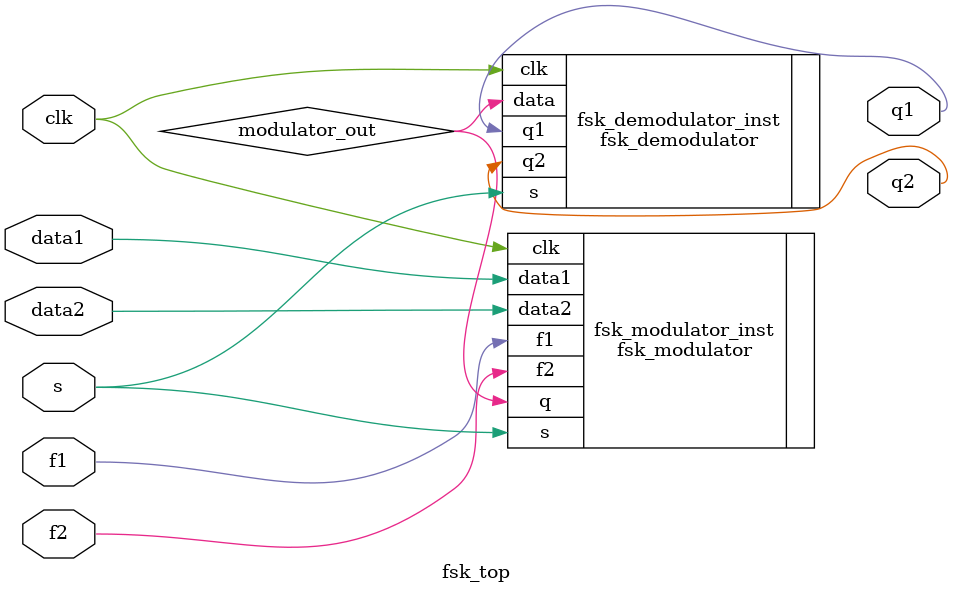
<source format=v>
`timescale 1ps / 1ps

module fsk_top (
    input  wire clk,
    input  wire data1,
    input  wire data2,
    input  wire s,
    input  wire f1,
    input  wire f2,
    output wire q1,
    output wire q2
); 

    wire modulator_out;

    fsk_modulator fsk_modulator_inst (
        .clk   (clk),
        .data1 (data1),
        .data2 (data2),
        .s     (s),
        .f1    (f1),
        .f2    (f2),
        .q     (modulator_out)
    ); 
    
    fsk_demodulator fsk_demodulator_inst (
        .clk  (clk),
        .data (modulator_out),
        .s    (s),
        .q1   (q1),
        .q2   (q2)
    ); 

endmodule 

</source>
